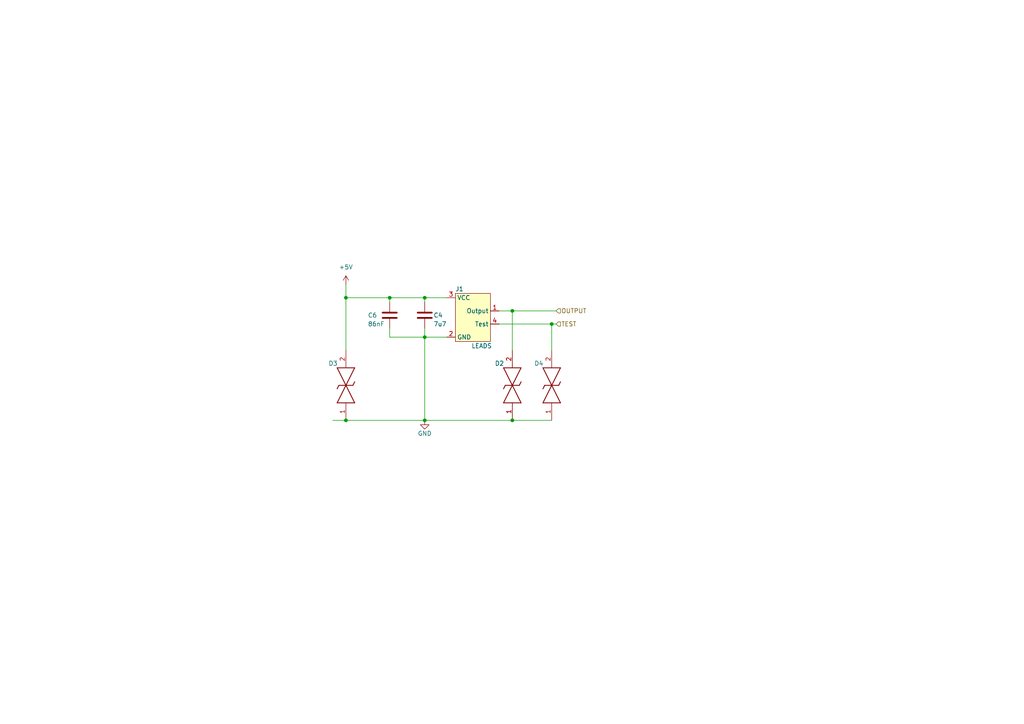
<source format=kicad_sch>
(kicad_sch (version 20230409) (generator eeschema)
  (paper "A4")
  (lib_symbols
    (symbol "Device:C" (pin_numbers hide) (pin_names (offset 0.254))
      (property "Reference" "C" (at 0.635 2.54 0))
      (property "Value" "C" (at 0.635 -2.54 0))
      (symbol "C_0_1"
        (polyline (pts (xy -2.032 -0.762) (xy 2.032 -0.762)) (stroke (width 0.508)))
        (polyline (pts (xy -2.032 0.762) (xy 2.032 0.762)) (stroke (width 0.508)))
      )
      (symbol "C_1_1"
        (pin passive line (at 0 3.81 270) (length 2.794) (name "~") (number "1"))
        (pin passive line (at 0 -3.81 90) (length 2.794) (name "~") (number "2"))
      )
    )
    (symbol "SamacSys_Parts:ESDAULC5-1BF4" (pin_names hide)
      (property "Reference" "D" (at 12.7 8.89 0))
      (property "Value" "ESDAULC5-1BF4" (at 12.7 6.35 0))
      (symbol "ESDAULC5-1BF4_1_1"
        (polyline (pts (xy 5.08 2.54) (xy 5.08 -2.54)) (stroke (width 0.254)))
        (polyline (pts (xy 5.08 2.54) (xy 10.16 0)) (stroke (width 0.254)))
        (polyline (pts (xy 9.144 2.54) (xy 10.16 2.032)) (stroke (width 0.254)))
        (polyline (pts (xy 10.16 -2.032) (xy 10.16 2.032)) (stroke (width 0.254)))
        (polyline (pts (xy 10.16 -2.032) (xy 11.176 -2.54)) (stroke (width 0.254)))
        (polyline (pts (xy 10.16 0) (xy 5.08 -2.54)) (stroke (width 0.254)))
        (polyline (pts (xy 10.16 0) (xy 15.24 -2.54)) (stroke (width 0.254)))
        (polyline (pts (xy 15.24 2.54) (xy 10.16 0)) (stroke (width 0.254)))
        (polyline (pts (xy 15.24 2.54) (xy 15.24 -2.54)) (stroke (width 0.254)))
        (pin passive line (at 0 0 0) (length 5.08) (name "1") (number "1"))
        (pin passive line (at 20.32 0 180) (length 5.08) (name "2") (number "2"))
      )
    )
    (symbol "mg:mg_connector"
      (property "Reference" "J1" (at -10.16 1.27 0))
      (property "Value" "LEADS" (at -2.54 -15.24 0))
      (symbol "mg_connector_1_1"
        (rectangle (start -10.16 0) (end 0 -13.97) (fill (type background)))
        (pin output line (at 2.54 -5.08 180) (length 2.54) (name "Output") (number "1"))
        (pin power_in line (at -12.7 -12.7 0) (length 2.54) (name "GND") (number "2"))
        (pin power_in line (at -12.7 -1.27 0) (length 2.54) (name "VCC") (number "3"))
        (pin input line (at 2.54 -8.89 180) (length 2.54) (name "Test") (number "4"))
      )
    )
    (symbol "power:+5V" (power) (pin_names (offset 0))
      (property "Value" "+5V" (at 0 3.556 0))
      (symbol "+5V_0_1"
        (polyline (pts (xy -0.762 1.27) (xy 0 2.54)))
        (polyline (pts (xy 0 0) (xy 0 2.54)))
        (polyline (pts (xy 0 2.54) (xy 0.762 1.27)))
      )
      (symbol "+5V_1_1"
        (pin power_in line (at 0 0 90) (length 0) hide (name "+5V") (number "1"))
      )
    )
    (symbol "power:GND" (power) (pin_names (offset 0))
      (property "Value" "GND" (at 0 -3.81 0))
      (symbol "GND_0_1"
        (polyline (pts (xy 0 0) (xy 0 -1.27) (xy 1.27 -1.27) (xy 0 -2.54) (xy -1.27 -1.27) (xy 0 -1.27)))
      )
      (symbol "GND_1_1"
        (pin power_in line (at 0 0 270) (length 0) hide (name "GND") (number "1"))
      )
    )
  )
  (junction (at 148.59 121.92))
  (junction (at 123.19 86.36))
  (junction (at 123.19 121.92))
  (junction (at 148.59 90.17))
  (junction (at 160.02 93.98))
  (junction (at 100.33 121.92))
  (junction (at 113.03 86.36))
  (junction (at 123.19 97.79))
  (junction (at 100.33 86.36))
  (wire (pts (xy 123.19 95.25) (xy 123.19 97.79)))
  (wire (pts (xy 144.78 93.98) (xy 160.02 93.98)))
  (wire (pts (xy 96.52 121.92) (xy 100.33 121.92)))
  (wire (pts (xy 148.59 90.17) (xy 148.59 101.6)))
  (wire (pts (xy 123.19 97.79) (xy 123.19 121.92)))
  (wire (pts (xy 123.19 86.36) (xy 129.54 86.36)))
  (wire (pts (xy 100.33 121.92) (xy 123.19 121.92)))
  (wire (pts (xy 100.33 101.6) (xy 100.33 86.36)))
  (wire (pts (xy 100.33 82.55) (xy 100.33 86.36)))
  (wire (pts (xy 100.33 86.36) (xy 113.03 86.36)))
  (wire (pts (xy 123.19 97.79) (xy 129.54 97.79)))
  (wire (pts (xy 123.19 86.36) (xy 123.19 87.63)))
  (wire (pts (xy 113.03 97.79) (xy 123.19 97.79)))
  (wire (pts (xy 148.59 121.92) (xy 160.02 121.92)))
  (wire (pts (xy 113.03 95.25) (xy 113.03 97.79)))
  (wire (pts (xy 161.29 90.17) (xy 148.59 90.17)))
  (wire (pts (xy 148.59 90.17) (xy 144.78 90.17)))
  (wire (pts (xy 160.02 93.98) (xy 160.02 101.6)))
  (wire (pts (xy 123.19 121.92) (xy 148.59 121.92)))
  (wire (pts (xy 113.03 86.36) (xy 113.03 87.63)))
  (wire (pts (xy 160.02 93.98) (xy 161.29 93.98)))
  (wire (pts (xy 113.03 86.36) (xy 123.19 86.36)))
  (hierarchical_label "TEST" (shape input) (at 161.29 93.98 0))
  (hierarchical_label "OUTPUT" (shape input) (at 161.29 90.17 0))
  (symbol (lib_id "power:GND") (at 123.19 121.92 0) (unit 1)
    (property "Reference" "#PWR02" (effects hide))
    (property "Value" "GND" (at 123.19 125.73 0))
  )
  (symbol (lib_id "SamacSys_Parts:ESDAULC5-1BF4") (at 148.59 121.92 90) (unit 1)
    (property "Reference" "D2" (at 143.51 105.41 90) (effects (justify right)))
    (property "Value" "ESDAULC5-1BF4" (effects hide))
    (property "Footprint" "ESDAULC51BF4" (effects hide))
    (property "Datasheet" "http://www.st.com/content/ccc/resource/technical/document/datasheet/22/e3/bb/99/61/9c/4a/3e/DM00106526.pdf/files/DM00106526.pdf/jcr:content/translations/en.DM00106526.pdf" (effects hide))
    (property "Height" "0.32" (effects hide))
    (property "Mouser Part Number" "511-ESDAULC5-1BF4" (effects hide))
    (property "Mouser Price/Stock" "https://www.mouser.co.uk/ProductDetail/STMicroelectronics/ESDAULC5-1BF4?qs=9MuLHSklicoZrZMD2yr8cg%3D%3D" (effects hide))
    (property "Manufacturer_Name" "STMicroelectronics" (effects hide))
    (property "Manufacturer_Part_Number" "ESDAULC5-1BF4" (effects hide))
    (instances (project "mg" (path "" (reference "D2") (unit 1)) (path "" (reference "D3") (unit 1))))
  )
  (symbol (lib_id "power:+5V") (at 100.33 82.55 0) (unit 1)
    (property "Reference" "#PWR01" (effects hide))
    (property "Value" "+5V" (at 100.33 77.47 0))
  )
  (symbol (lib_id "mg:mg_connector") (at 142.24 85.09 0) (unit 1)
    (property "Reference" "J1" (at 132.08 83.82 0) (effects (justify left)))
    (property "Value" "LEADS" (at 139.7 100.33 0))
    (property "Footprint" "mg_footprints:main_connector" (effects hide))
  )
  (symbol (lib_id "SamacSys_Parts:ESDAULC5-1BF4") (at 100.33 121.92 90) (unit 1)
    (property "Reference" "D3" (at 95.25 105.41 90) (effects (justify right)))
    (property "Value" "ESDAULC5-1BF4" (effects hide))
    (property "Footprint" "ESDAULC51BF4" (effects hide))
    (property "Datasheet" "http://www.st.com/content/ccc/resource/technical/document/datasheet/22/e3/bb/99/61/9c/4a/3e/DM00106526.pdf/files/DM00106526.pdf/jcr:content/translations/en.DM00106526.pdf" (effects hide))
    (property "Height" "0.32" (effects hide))
    (property "Mouser Part Number" "511-ESDAULC5-1BF4" (effects hide))
    (property "Mouser Price/Stock" "https://www.mouser.co.uk/ProductDetail/STMicroelectronics/ESDAULC5-1BF4?qs=9MuLHSklicoZrZMD2yr8cg%3D%3D" (effects hide))
    (property "Manufacturer_Name" "STMicroelectronics" (effects hide))
    (property "Manufacturer_Part_Number" "ESDAULC5-1BF4" (effects hide))
    (instances (project "mg" (path "" (reference "D3") (unit 1)) (path "" (reference "D1") (unit 1))))
  )
  (symbol (lib_id "SamacSys_Parts:ESDAULC5-1BF4") (at 160.02 121.92 90) (unit 1)
    (property "Reference" "D4" (at 154.94 105.41 90) (effects (justify right)))
    (property "Value" "ESDAULC5-1BF4" (effects hide))
    (property "Footprint" "ESDAULC51BF4" (effects hide))
    (property "Datasheet" "http://www.st.com/content/ccc/resource/technical/document/datasheet/22/e3/bb/99/61/9c/4a/3e/DM00106526.pdf/files/DM00106526.pdf/jcr:content/translations/en.DM00106526.pdf" (effects hide))
    (property "Height" "0.32" (effects hide))
    (property "Mouser Part Number" "511-ESDAULC5-1BF4" (effects hide))
    (property "Mouser Price/Stock" "https://www.mouser.co.uk/ProductDetail/STMicroelectronics/ESDAULC5-1BF4?qs=9MuLHSklicoZrZMD2yr8cg%3D%3D" (effects hide))
    (property "Manufacturer_Name" "STMicroelectronics" (effects hide))
    (property "Manufacturer_Part_Number" "ESDAULC5-1BF4" (effects hide))
  )
  (symbol (lib_id "Device:C") (at 123.19 91.44 0) (unit 1)
    (property "Reference" "C4" (at 125.73 91.44 0) (effects (justify left)))
    (property "Value" "7u7" (at 125.73 93.98 0) (effects (justify left)))
    (property "Footprint" "mg_footprints:C_0603Metric" (effects hide))
  )
  (symbol (lib_id "Device:C") (at 113.03 91.44 0) (unit 1)
    (property "Reference" "C6" (at 106.68 91.44 0) (effects (justify left)))
    (property "Value" "86nF" (at 106.68 93.98 0) (effects (justify left)))
    (property "Footprint" "mg_footprints:C_0603Metric" (effects hide))
  )
)
</source>
